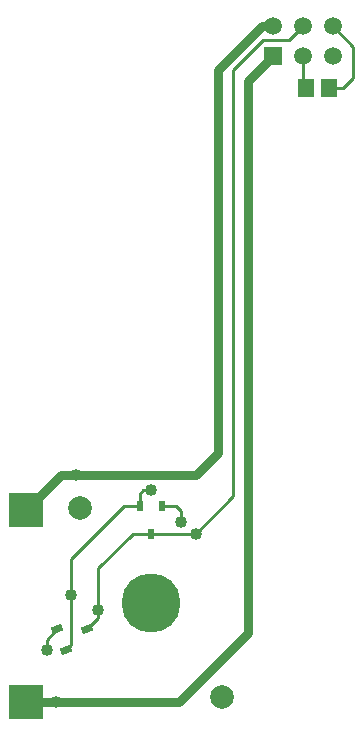
<source format=gbl>
G04 Layer_Physical_Order=2*
G04 Layer_Color=16711680*
%FSLAX25Y25*%
%MOIN*%
G70*
G01*
G75*
%ADD10R,0.11811X0.11811*%
%ADD11R,0.05512X0.05905*%
%ADD12R,0.02362X0.03740*%
G04:AMPARAMS|DCode=13|XSize=23.62mil|YSize=37.4mil|CornerRadius=0mil|HoleSize=0mil|Usage=FLASHONLY|Rotation=112.500|XOffset=0mil|YOffset=0mil|HoleType=Round|Shape=Rectangle|*
%AMROTATEDRECTD13*
4,1,4,0.02180,-0.00376,-0.01276,-0.01807,-0.02180,0.00376,0.01276,0.01807,0.02180,-0.00376,0.0*
%
%ADD13ROTATEDRECTD13*%

%ADD14C,0.03000*%
%ADD15C,0.01000*%
%ADD16C,0.07874*%
%ADD17C,0.07874*%
%ADD18C,0.05905*%
%ADD19R,0.05905X0.05905*%
%ADD20C,0.19685*%
%ADD21C,0.04000*%
D10*
X-41500Y-33000D02*
D03*
Y31000D02*
D03*
D11*
X51563Y171500D02*
D03*
X59437D02*
D03*
D12*
X-3740Y32185D02*
D03*
X3740D02*
D03*
X0Y22933D02*
D03*
D13*
X-28303Y-15769D02*
D03*
X-31166Y-8858D02*
D03*
X-21187Y-8773D02*
D03*
D14*
X-25000Y42500D02*
X15000D01*
X-30000D02*
X-25000D01*
X22500Y50000D02*
Y177500D01*
X15000Y42500D02*
X22500Y50000D01*
X-41500Y31000D02*
X-30000Y42500D01*
X22500Y177500D02*
X37087Y192087D01*
X-31500Y-33000D02*
X9500D01*
X-41500D02*
X-31500D01*
X9500D02*
X32500Y-10000D01*
Y173878D02*
X40709Y182087D01*
X32500Y-10000D02*
Y173878D01*
X37087Y192087D02*
X40709D01*
D15*
X15000Y23000D02*
X27500Y35500D01*
Y177500D01*
X37500Y187500D01*
X46122D01*
X50709Y192087D01*
X-3740Y32185D02*
Y36260D01*
X-2500Y37500D01*
X0D01*
X50709Y172354D02*
Y182087D01*
Y172354D02*
X51563Y171500D01*
X67500Y175000D02*
Y185295D01*
X60709Y192087D02*
X67500Y185295D01*
X64000Y171500D02*
X67500Y175000D01*
X59437Y171500D02*
X64000D01*
X-6067Y22933D02*
X0D01*
X-8815Y32185D02*
X-3740D01*
X3740D02*
X8315D01*
X10000Y30500D01*
Y27000D02*
Y30500D01*
X-26500Y14500D02*
X-8815Y32185D01*
X-34731Y-12423D02*
X-31166Y-8858D01*
X-34731Y-15769D02*
Y-12423D01*
X-21187Y-8773D02*
X-17500Y-5086D01*
Y-2500D01*
Y11500D01*
X-6067Y22933D01*
X0D02*
X15433D01*
X-28303Y-15769D02*
X-26500Y-13966D01*
Y2500D01*
Y14500D01*
D16*
X-23622Y31496D02*
D03*
D17*
X23622Y-31496D02*
D03*
D18*
X60709Y192087D02*
D03*
Y182087D02*
D03*
X50709Y192087D02*
D03*
Y182087D02*
D03*
X40709Y192087D02*
D03*
D19*
Y182087D02*
D03*
D20*
X0Y0D02*
D03*
D21*
X-25000Y42500D02*
D03*
X0Y37500D02*
D03*
X-31500Y-33000D02*
D03*
X10000Y27000D02*
D03*
X15000Y23000D02*
D03*
X-34731Y-15769D02*
D03*
X-17500Y-2500D02*
D03*
X-26500Y2500D02*
D03*
M02*

</source>
